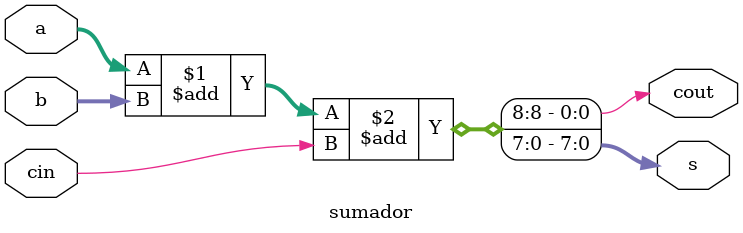
<source format=sv>
module sumador#(parameter N=8)(input logic [N-1:0] a, b, 
										 input logic cin,
										 output logic [N-1:0] s, 
										 output logic cout);
	
   assign {cout, s} = a + b + cin;
	

endmodule
</source>
